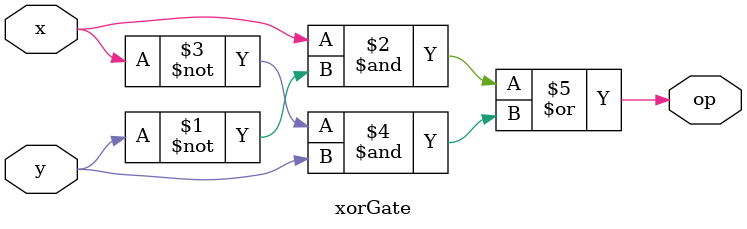
<source format=v>

module xorGate(x, y, op);
input x, y;
output op;
assign op = (x&~(y))|(~(x)&y);
endmodule

</source>
